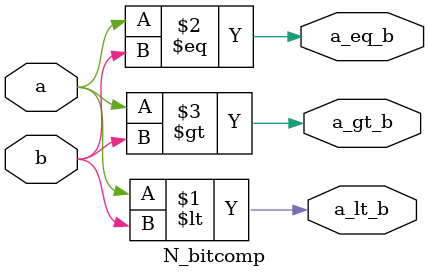
<source format=v>
`timescale 1ns / 1ps

module N_bitcomp(
  input wire a,
  input wire b,
  output wire a_lt_b,
  output wire a_eq_b,
  output wire a_gt_b
);
  assign a_lt_b = (a<b);
  assign a_eq_b = (a==b);
  assign a_gt_b = (a>b);
endmodule

</source>
